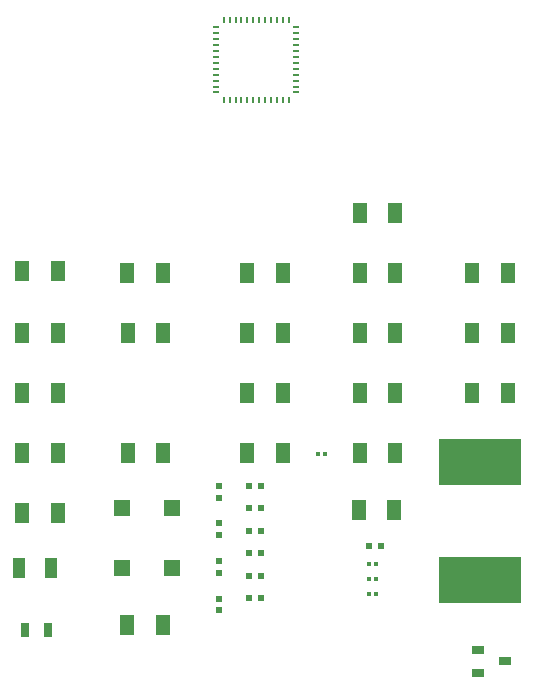
<source format=gtp>
G04*
G04 #@! TF.GenerationSoftware,Altium Limited,Altium Designer,18.1.9 (240)*
G04*
G04 Layer_Color=8421504*
%FSLAX24Y24*%
%MOIN*%
G70*
G01*
G75*
%ADD10R,0.0453X0.0709*%
%ADD11R,0.0118X0.0118*%
%ADD12R,0.0236X0.0197*%
%ADD13R,0.0197X0.0236*%
%ADD14R,0.2756X0.1575*%
%ADD15R,0.0413X0.0256*%
%ADD16O,0.0236X0.0094*%
%ADD17O,0.0094X0.0236*%
%ADD18R,0.0433X0.0669*%
%ADD19R,0.0571X0.0551*%
%ADD20R,0.0276X0.0512*%
D10*
X23300Y22660D02*
D03*
X24481D02*
D03*
Y24660D02*
D03*
X23300D02*
D03*
X24481Y20660D02*
D03*
X23300D02*
D03*
X20736D02*
D03*
X19555D02*
D03*
X20736Y24660D02*
D03*
X19555D02*
D03*
X20736Y26660D02*
D03*
X19555D02*
D03*
X16743Y20660D02*
D03*
X15561D02*
D03*
X16743Y24660D02*
D03*
X15561D02*
D03*
X27050D02*
D03*
X28231D02*
D03*
X27050Y26660D02*
D03*
X28231D02*
D03*
X23300D02*
D03*
X24481D02*
D03*
X12050Y18660D02*
D03*
X13231D02*
D03*
X12050Y20660D02*
D03*
X13231D02*
D03*
Y24660D02*
D03*
X12050D02*
D03*
X12059Y26710D02*
D03*
X13241D02*
D03*
X23269Y18760D02*
D03*
X24450D02*
D03*
X27050Y22660D02*
D03*
X28231D02*
D03*
X23300Y28660D02*
D03*
X24481D02*
D03*
X19555Y22660D02*
D03*
X20736D02*
D03*
X12050D02*
D03*
X13231D02*
D03*
X15550Y26660D02*
D03*
X16731D02*
D03*
Y14910D02*
D03*
X15550D02*
D03*
D11*
X23836Y15960D02*
D03*
X23600D02*
D03*
Y16460D02*
D03*
X23836D02*
D03*
Y16960D02*
D03*
X23600D02*
D03*
X21914Y20610D02*
D03*
X22150D02*
D03*
D12*
X23600Y17560D02*
D03*
X23994D02*
D03*
X19603Y16560D02*
D03*
X19997D02*
D03*
X19609Y15810D02*
D03*
X20003D02*
D03*
X19997Y17310D02*
D03*
X19603D02*
D03*
X19609Y18060D02*
D03*
X20003D02*
D03*
X19997Y19560D02*
D03*
X19603D02*
D03*
X19606Y18810D02*
D03*
X20000D02*
D03*
D13*
X18600Y15413D02*
D03*
Y15807D02*
D03*
Y17060D02*
D03*
Y16666D02*
D03*
Y17916D02*
D03*
Y18310D02*
D03*
Y19166D02*
D03*
Y19560D02*
D03*
D14*
X27300Y20347D02*
D03*
Y16410D02*
D03*
D15*
X27247Y14084D02*
D03*
Y13336D02*
D03*
X28153Y13710D02*
D03*
D16*
X18511Y34843D02*
D03*
Y34646D02*
D03*
Y34449D02*
D03*
Y34252D02*
D03*
Y34055D02*
D03*
Y33858D02*
D03*
Y33662D02*
D03*
Y33465D02*
D03*
Y33268D02*
D03*
Y33071D02*
D03*
Y32874D02*
D03*
Y32677D02*
D03*
X21189D02*
D03*
Y32874D02*
D03*
Y33071D02*
D03*
Y33268D02*
D03*
Y33465D02*
D03*
Y33662D02*
D03*
Y33858D02*
D03*
Y34055D02*
D03*
Y34252D02*
D03*
Y34449D02*
D03*
Y34646D02*
D03*
Y34843D02*
D03*
D17*
X18767Y32421D02*
D03*
X18964D02*
D03*
X19161D02*
D03*
X19358D02*
D03*
X19555D02*
D03*
X19752D02*
D03*
X19948D02*
D03*
X20145D02*
D03*
X20342D02*
D03*
X20539D02*
D03*
X20736D02*
D03*
X20933D02*
D03*
Y35099D02*
D03*
X20736D02*
D03*
X20539D02*
D03*
X20342D02*
D03*
X20145D02*
D03*
X19948D02*
D03*
X19752D02*
D03*
X19555D02*
D03*
X19358D02*
D03*
X19161D02*
D03*
X18964D02*
D03*
X18767D02*
D03*
D18*
X11950Y16810D02*
D03*
X13013D02*
D03*
D19*
X17039D02*
D03*
Y18810D02*
D03*
X15361Y16810D02*
D03*
Y18810D02*
D03*
D20*
X12898Y14760D02*
D03*
X12150D02*
D03*
M02*

</source>
